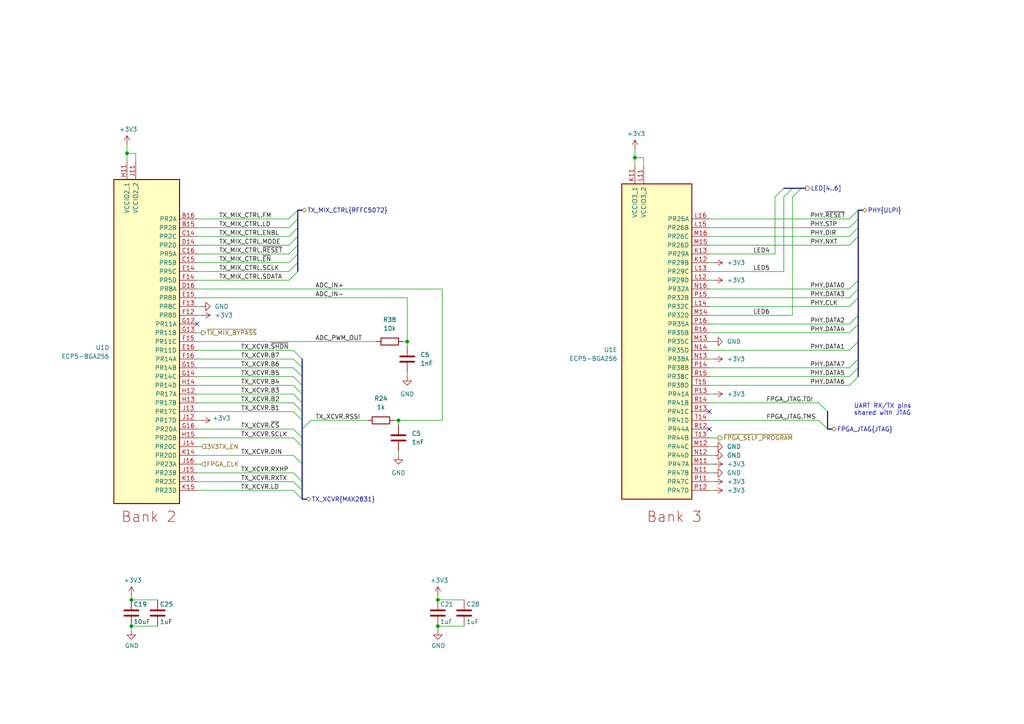
<source format=kicad_sch>
(kicad_sch (version 20230121) (generator eeschema)
  (paper "A4")
  (title_block (title "URTI Mainboard") (date "${DATE}") (rev "${VERSION}") (company "Copyright 2023 Great Scott Gadgets") (comment 1 "Licensed under the CERN-OHL-P v2"))
  (lib_symbols
    (symbol "Device:C" (pin_numbers hide) (pin_names (offset 0.254))
      (property "Reference" "C" (at 0.635 2.54 0))
      (property "Value" "C" (at 0.635 -2.54 0))
      (symbol "C_0_1"
        (polyline (pts (xy -2.032 -0.762) (xy 2.032 -0.762)) (stroke (width 0.508)))
        (polyline (pts (xy -2.032 0.762) (xy 2.032 0.762)) (stroke (width 0.508)))
      )
      (symbol "C_1_1"
        (pin passive line (at 0 3.81 270) (length 2.794) (name "~") (number "1"))
        (pin passive line (at 0 -3.81 90) (length 2.794) (name "~") (number "2"))
      )
    )
    (symbol "Device:R" (pin_numbers hide) (pin_names (offset 0))
      (property "Reference" "R" (at 2.032 0 90))
      (property "Value" "R" (at 0 0 90))
      (symbol "R_0_1"
        (rectangle (start -1.016 -2.54) (end 1.016 2.54) (stroke (width 0.254)))
      )
      (symbol "R_1_1"
        (pin passive line (at 0 3.81 270) (length 1.27) (name "~") (number "1"))
        (pin passive line (at 0 -3.81 90) (length 1.27) (name "~") (number "2"))
      )
    )
    (symbol "fpgas_and_processors:ECP5-BGA256" (pin_names (offset 0.762))
      (property "Reference" "U" (at -2.54 1.27 0))
      (property "Value" "ECP5-BGA256" (at 10.16 1.27 0))
      (symbol "ECP5-BGA256_1_0"
        (rectangle (start 5.08 0) (end 33.02 -71.12) (stroke (width 0.3048)) (fill (type background)))
      )
      (symbol "ECP5-BGA256_1_1"
        (text "FPGA Supplies" (at 19.05 -76.2 0) (effects (font (size 2.9972 2.9972))))
        (pin power_in line (at 38.1 -2.54 180) (length 5.08) (name "GND_1") (number "A1"))
        (pin power_in line (at 38.1 -5.08 180) (length 5.08) (name "GND_2") (number "A16"))
        (pin power_in line (at 38.1 -10.16 180) (length 5.08) (name "GND_4") (number "D15"))
        (pin power_in line (at 38.1 -7.62 180) (length 5.08) (name "GND_3") (number "D2"))
        (pin power_in line (at 38.1 -12.7 180) (length 5.08) (name "GND_5") (number "F8"))
        (pin power_in line (at 38.1 -15.24 180) (length 5.08) (name "GND_6") (number "F9"))
        (pin power_in line (at 38.1 -20.32 180) (length 5.08) (name "GND_8") (number "G10"))
        (pin power_in line (at 0 -66.04 0) (length 5.08) (name "VCCAUX_1") (number "G11"))
        (pin power_in line (at 0 -2.54 0) (length 5.08) (name "VCC_1") (number "G6"))
        (pin power_in line (at 0 -5.08 0) (length 5.08) (name "VCC_2") (number "G7"))
        (pin power_in line (at 38.1 -17.78 180) (length 5.08) (name "GND_7") (number "G8"))
        (pin power_in line (at 0 -7.62 0) (length 5.08) (name "VCC_3") (number "G9"))
        (pin power_in line (at 38.1 -22.86 180) (length 5.08) (name "GND_9") (number "H1"))
        (pin power_in line (at 38.1 -30.48 180) (length 5.08) (name "GND_12") (number "H10"))
        (pin power_in line (at 38.1 -33.02 180) (length 5.08) (name "GND_13") (number "H16"))
        (pin power_in line (at 38.1 -25.4 180) (length 5.08) (name "GND_10") (number "H8"))
        (pin power_in line (at 38.1 -27.94 180) (length 5.08) (name "GND_11") (number "H9"))
        (pin power_in line (at 38.1 -40.64 180) (length 5.08) (name "GND_16") (number "J10"))
        (pin power_in line (at 38.1 -35.56 180) (length 5.08) (name "GND_14") (number "J8"))
        (pin power_in line (at 38.1 -38.1 180) (length 5.08) (name "GND_15") (number "J9"))
        (pin power_in line (at 38.1 -53.34 180) (length 5.08) (name "GND_21") (number "K10"))
        (pin power_in line (at 38.1 -43.18 180) (length 5.08) (name "GND_17") (number "K6"))
        (pin power_in line (at 38.1 -45.72 180) (length 5.08) (name "GND_18") (number "K7"))
        (pin power_in line (at 38.1 -48.26 180) (length 5.08) (name "GND_19") (number "K8"))
        (pin power_in line (at 38.1 -50.8 180) (length 5.08) (name "GND_20") (number "K9"))
        (pin power_in line (at 0 -15.24 0) (length 5.08) (name "VCC_6") (number "L10"))
        (pin power_in line (at 0 -68.58 0) (length 5.08) (name "VCCAUX_2") (number "L7"))
        (pin power_in line (at 0 -10.16 0) (length 5.08) (name "VCC_4") (number "L8"))
        (pin power_in line (at 0 -12.7 0) (length 5.08) (name "VCC_5") (number "L9"))
        (pin power_in line (at 38.1 -58.42 180) (length 5.08) (name "GND_23") (number "N15"))
        (pin power_in line (at 38.1 -55.88 180) (length 5.08) (name "GND_22") (number "N2"))
        (pin power_in line (at 38.1 -60.96 180) (length 5.08) (name "GND_24") (number "T1"))
        (pin power_in line (at 38.1 -66.04 180) (length 5.08) (name "GND_26") (number "T12"))
        (pin power_in line (at 38.1 -68.58 180) (length 5.08) (name "GND_27") (number "T16"))
        (pin power_in line (at 38.1 -63.5 180) (length 5.08) (name "GND_25") (number "T5"))
      )
      (symbol "ECP5-BGA256_2_1"
        (rectangle (start 0 0) (end 19.05 -74.93) (stroke (width 0.3048)) (fill (type background)))
        (text "Bank 0" (at 10.16 -78.74 0) (effects (font (size 2.9972 2.9972))))
        (pin bidirectional line (at 24.13 -11.43 180) (length 5.08) (name "PT4A") (number "A2"))
        (pin bidirectional line (at 24.13 -16.51 180) (length 5.08) (name "PT6A") (number "A3"))
        (pin bidirectional line (at 24.13 -19.05 180) (length 5.08) (name "PT6B") (number "A4"))
        (pin bidirectional line (at 24.13 -43.18 180) (length 5.08) (name "PT18A") (number "A5"))
        (pin bidirectional line (at 24.13 -45.72 180) (length 5.08) (name "PT18B") (number "A6"))
        (pin bidirectional line (at 24.13 -68.58 180) (length 5.08) (name "PT29A") (number "A7"))
        (pin bidirectional line (at 24.13 -71.12 180) (length 5.08) (name "PT29B") (number "A8"))
        (pin bidirectional line (at 24.13 -13.97 180) (length 5.08) (name "PT4B") (number "B3"))
        (pin bidirectional line (at 24.13 -29.21 180) (length 5.08) (name "PT11B") (number "B4"))
        (pin bidirectional line (at 24.13 -39.37 180) (length 5.08) (name "PT15B") (number "B5"))
        (pin bidirectional line (at 24.13 -55.88 180) (length 5.08) (name "PT22B") (number "B6"))
        (pin bidirectional line (at 24.13 -66.04 180) (length 5.08) (name "PT27B") (number "B7"))
        (pin bidirectional line (at 24.13 -26.67 180) (length 5.08) (name "PT11A") (number "C4"))
        (pin bidirectional line (at 24.13 -36.83 180) (length 5.08) (name "PT15A") (number "C5"))
        (pin bidirectional line (at 24.13 -53.34 180) (length 5.08) (name "PT22A") (number "C6"))
        (pin bidirectional line (at 24.13 -63.5 180) (length 5.08) (name "PT27A") (number "C7"))
        (pin bidirectional line (at 24.13 -24.13 180) (length 5.08) (name "PT9B") (number "D4"))
        (pin bidirectional line (at 24.13 -34.29 180) (length 5.08) (name "PT13B") (number "D5"))
        (pin bidirectional line (at 24.13 -50.8 180) (length 5.08) (name "PT20B") (number "D6"))
        (pin bidirectional line (at 24.13 -60.96 180) (length 5.08) (name "PT24B") (number "D7"))
        (pin bidirectional line (at 24.13 -21.59 180) (length 5.08) (name "PT9A") (number "E4"))
        (pin bidirectional line (at 24.13 -31.75 180) (length 5.08) (name "PT13A") (number "E5"))
        (pin bidirectional line (at 24.13 -48.26 180) (length 5.08) (name "PT20A") (number "E6"))
        (pin bidirectional line (at 24.13 -58.42 180) (length 5.08) (name "PT24A") (number "E7"))
        (pin power_in line (at 7.62 5.08 270) (length 5.08) (name "VCCIO0_1") (number "F6"))
        (pin power_in line (at 5.08 5.08 270) (length 5.08) (name "VCCIO0_2") (number "F7"))
      )
      (symbol "ECP5-BGA256_3_0"
        (rectangle (start 0 0) (end 21.59 -93.98) (stroke (width 0.3048)) (fill (type background)))
      )
      (symbol "ECP5-BGA256_3_1"
        (text "Bank 1" (at 8.89 -96.52 0) (effects (font (size 2.9972 2.9972))))
        (pin bidirectional line (at 26.67 -34.29 180) (length 5.08) (name "PT42B") (number "A10"))
        (pin bidirectional line (at 26.67 -57.15 180) (length 5.08) (name "PT53A") (number "A11"))
        (pin bidirectional line (at 26.67 -59.69 180) (length 5.08) (name "PT53B") (number "A12"))
        (pin bidirectional line (at 26.67 -82.55 180) (length 5.08) (name "PT65A") (number "A13"))
        (pin bidirectional line (at 26.67 -85.09 180) (length 5.08) (name "PT65B") (number "A14"))
        (pin bidirectional line (at 26.67 -90.17 180) (length 5.08) (name "PT67B") (number "A15"))
        (pin bidirectional line (at 26.67 -31.75 180) (length 5.08) (name "PT42A") (number "A9"))
        (pin bidirectional line (at 26.67 -36.83 180) (length 5.08) (name "PT44A") (number "B10"))
        (pin bidirectional line (at 26.67 -46.99 180) (length 5.08) (name "PT49A") (number "B11"))
        (pin bidirectional line (at 26.67 -62.23 180) (length 5.08) (name "PT56A") (number "B12"))
        (pin bidirectional line (at 26.67 -72.39 180) (length 5.08) (name "PT60A") (number "B13"))
        (pin bidirectional line (at 26.67 -87.63 180) (length 5.08) (name "PT67A") (number "B14"))
        (pin bidirectional line (at 26.67 -19.05 180) (length 5.08) (name "PT35B") (number "B8"))
        (pin bidirectional line (at 26.67 -21.59 180) (length 5.08) (name "PT38A") (number "B9"))
        (pin bidirectional line (at 26.67 -39.37 180) (length 5.08) (name "PT44B") (number "C10"))
        (pin bidirectional line (at 26.67 -49.53 180) (length 5.08) (name "PT49B") (number "C11"))
        (pin bidirectional line (at 26.67 -64.77 180) (length 5.08) (name "PT56B") (number "C12"))
        (pin bidirectional line (at 26.67 -74.93 180) (length 5.08) (name "PT60B") (number "C13"))
        (pin bidirectional line (at 26.67 -16.51 180) (length 5.08) (name "PT35A") (number "C8"))
        (pin bidirectional line (at 26.67 -24.13 180) (length 5.08) (name "PT38B") (number "C9"))
        (pin bidirectional line (at 26.67 -41.91 180) (length 5.08) (name "PT47A") (number "D10"))
        (pin bidirectional line (at 26.67 -52.07 180) (length 5.08) (name "PT51A") (number "D11"))
        (pin bidirectional line (at 26.67 -67.31 180) (length 5.08) (name "PT58A") (number "D12"))
        (pin bidirectional line (at 26.67 -77.47 180) (length 5.08) (name "PT62A") (number "D13"))
        (pin bidirectional line (at 26.67 -13.97 180) (length 5.08) (name "PT33B") (number "D8"))
        (pin bidirectional line (at 26.67 -26.67 180) (length 5.08) (name "PT40A") (number "D9"))
        (pin bidirectional line (at 26.67 -44.45 180) (length 5.08) (name "PT47B") (number "E10"))
        (pin bidirectional line (at 26.67 -54.61 180) (length 5.08) (name "PT51B") (number "E11"))
        (pin bidirectional line (at 26.67 -69.85 180) (length 5.08) (name "PT58B") (number "E12"))
        (pin bidirectional line (at 26.67 -80.01 180) (length 5.08) (name "PT62B") (number "E13"))
        (pin bidirectional line (at 26.67 -11.43 180) (length 5.08) (name "PT33A") (number "E8"))
        (pin bidirectional line (at 26.67 -29.21 180) (length 5.08) (name "PT40B") (number "E9"))
        (pin power_in line (at 6.35 5.08 270) (length 5.08) (name "VCCIO1_1") (number "F10"))
        (pin power_in line (at 3.81 5.08 270) (length 5.08) (name "VCCIO1_2") (number "F11"))
      )
      (symbol "ECP5-BGA256_4_1"
        (rectangle (start 0 0) (end 19.05 -93.98) (stroke (width 0.3048)) (fill (type background)))
        (text "Bank 2" (at 10.16 -97.79 0) (effects (font (size 2.9972 2.9972))))
        (pin bidirectional line (at 24.13 -13.97 180) (length 5.08) (name "PR2B") (number "B15"))
        (pin bidirectional line (at 24.13 -11.43 180) (length 5.08) (name "PR2A") (number "B16"))
        (pin bidirectional line (at 24.13 -16.51 180) (length 5.08) (name "PR2C") (number "C14"))
        (pin bidirectional line (at 24.13 -24.13 180) (length 5.08) (name "PR5B") (number "C15"))
        (pin bidirectional line (at 24.13 -21.59 180) (length 5.08) (name "PR5A") (number "C16"))
        (pin bidirectional line (at 24.13 -19.05 180) (length 5.08) (name "PR2D") (number "D14"))
        (pin bidirectional line (at 24.13 -31.75 180) (length 5.08) (name "PR8A") (number "D16"))
        (pin bidirectional line (at 24.13 -26.67 180) (length 5.08) (name "PR5C") (number "E14"))
        (pin bidirectional line (at 24.13 -34.29 180) (length 5.08) (name "PR8B") (number "E15"))
        (pin bidirectional line (at 24.13 -49.53 180) (length 5.08) (name "PR11D") (number "E16"))
        (pin bidirectional line (at 24.13 -39.37 180) (length 5.08) (name "PR8D") (number "F12"))
        (pin bidirectional line (at 24.13 -36.83 180) (length 5.08) (name "PR8C") (number "F13"))
        (pin bidirectional line (at 24.13 -29.21 180) (length 5.08) (name "PR5D") (number "F14"))
        (pin bidirectional line (at 24.13 -46.99 180) (length 5.08) (name "PR11C") (number "F15"))
        (pin bidirectional line (at 24.13 -52.07 180) (length 5.08) (name "PR14A") (number "F16"))
        (pin bidirectional line (at 24.13 -41.91 180) (length 5.08) (name "PR11A") (number "G12"))
        (pin bidirectional line (at 24.13 -44.45 180) (length 5.08) (name "PR11B") (number "G13"))
        (pin bidirectional line (at 24.13 -57.15 180) (length 5.08) (name "PR14C") (number "G14"))
        (pin bidirectional line (at 24.13 -54.61 180) (length 5.08) (name "PR14B") (number "G15"))
        (pin bidirectional line (at 24.13 -72.39 180) (length 5.08) (name "PR20A") (number "G16"))
        (pin power_in line (at 3.81 5.08 270) (length 5.08) (name "VCCIO2_1") (number "H11"))
        (pin bidirectional line (at 24.13 -62.23 180) (length 5.08) (name "PR17A") (number "H12"))
        (pin bidirectional line (at 24.13 -64.77 180) (length 5.08) (name "PR17B") (number "H13"))
        (pin bidirectional line (at 24.13 -59.69 180) (length 5.08) (name "PR14D") (number "H14"))
        (pin bidirectional line (at 24.13 -74.93 180) (length 5.08) (name "PR20B") (number "H15"))
        (pin power_in line (at 6.35 5.08 270) (length 5.08) (name "VCCIO2_2") (number "J11"))
        (pin bidirectional line (at 24.13 -69.85 180) (length 5.08) (name "PR17D") (number "J12"))
        (pin bidirectional line (at 24.13 -67.31 180) (length 5.08) (name "PR17C") (number "J13"))
        (pin bidirectional line (at 24.13 -77.47 180) (length 5.08) (name "PR20C") (number "J14"))
        (pin bidirectional line (at 24.13 -85.09 180) (length 5.08) (name "PR23B") (number "J15"))
        (pin bidirectional line (at 24.13 -82.55 180) (length 5.08) (name "PR23A") (number "J16"))
        (pin bidirectional line (at 24.13 -80.01 180) (length 5.08) (name "PR20D") (number "K14"))
        (pin bidirectional line (at 24.13 -90.17 180) (length 5.08) (name "PR23D") (number "K15"))
        (pin bidirectional line (at 24.13 -87.63 180) (length 5.08) (name "PR23C") (number "K16"))
      )
      (symbol "ECP5-BGA256_5_0"
        (rectangle (start 0 0) (end 20.32 -91.44) (stroke (width 0.3048)) (fill (type background)))
      )
      (symbol "ECP5-BGA256_5_1"
        (text "Bank 3" (at 15.24 -96.52 0) (effects (font (size 2.9972 2.9972))))
        (pin power_in line (at 3.81 5.08 270) (length 5.08) (name "VCCIO3_1") (number "K11"))
        (pin bidirectional line (at 25.4 -22.86 180) (length 5.08) (name "PR29B") (number "K12"))
        (pin bidirectional line (at 25.4 -20.32 180) (length 5.08) (name "PR29A") (number "K13"))
        (pin power_in line (at 6.35 5.08 270) (length 5.08) (name "VCCIO3_2") (number "L11"))
        (pin bidirectional line (at 25.4 -27.94 180) (length 5.08) (name "PR29D") (number "L12"))
        (pin bidirectional line (at 25.4 -25.4 180) (length 5.08) (name "PR29C") (number "L13"))
        (pin bidirectional line (at 25.4 -35.56 180) (length 5.08) (name "PR32C") (number "L14"))
        (pin bidirectional line (at 25.4 -12.7 180) (length 5.08) (name "PR26B") (number "L15"))
        (pin bidirectional line (at 25.4 -10.16 180) (length 5.08) (name "PR26A") (number "L16"))
        (pin bidirectional line (at 25.4 -81.28 180) (length 5.08) (name "PR47A") (number "M11"))
        (pin bidirectional line (at 25.4 -76.2 180) (length 5.08) (name "PR44C") (number "M12"))
        (pin bidirectional line (at 25.4 -45.72 180) (length 5.08) (name "PR35C") (number "M13"))
        (pin bidirectional line (at 25.4 -38.1 180) (length 5.08) (name "PR32D") (number "M14"))
        (pin bidirectional line (at 25.4 -17.78 180) (length 5.08) (name "PR26D") (number "M15"))
        (pin bidirectional line (at 25.4 -15.24 180) (length 5.08) (name "PR26C") (number "M16"))
        (pin bidirectional line (at 25.4 -83.82 180) (length 5.08) (name "PR47B") (number "N11"))
        (pin bidirectional line (at 25.4 -78.74 180) (length 5.08) (name "PR44D") (number "N12"))
        (pin bidirectional line (at 25.4 -50.8 180) (length 5.08) (name "PR38A") (number "N13"))
        (pin bidirectional line (at 25.4 -48.26 180) (length 5.08) (name "PR35D") (number "N14"))
        (pin bidirectional line (at 25.4 -30.48 180) (length 5.08) (name "PR32A") (number "N16"))
        (pin bidirectional line (at 25.4 -86.36 180) (length 5.08) (name "PR47C") (number "P11"))
        (pin bidirectional line (at 25.4 -88.9 180) (length 5.08) (name "PR47D") (number "P12"))
        (pin bidirectional line (at 25.4 -60.96 180) (length 5.08) (name "PR41A") (number "P13"))
        (pin bidirectional line (at 25.4 -53.34 180) (length 5.08) (name "PR38B") (number "P14"))
        (pin bidirectional line (at 25.4 -33.02 180) (length 5.08) (name "PR32B") (number "P15"))
        (pin bidirectional line (at 25.4 -40.64 180) (length 5.08) (name "PR35A") (number "P16"))
        (pin bidirectional line (at 25.4 -71.12 180) (length 5.08) (name "PR44A") (number "R12"))
        (pin bidirectional line (at 25.4 -66.04 180) (length 5.08) (name "PR41C") (number "R13"))
        (pin bidirectional line (at 25.4 -63.5 180) (length 5.08) (name "PR41B") (number "R14"))
        (pin bidirectional line (at 25.4 -55.88 180) (length 5.08) (name "PR38C") (number "R15"))
        (pin bidirectional line (at 25.4 -43.18 180) (length 5.08) (name "PR35B") (number "R16"))
        (pin bidirectional line (at 25.4 -73.66 180) (length 5.08) (name "PR44B") (number "T13"))
        (pin bidirectional line (at 25.4 -68.58 180) (length 5.08) (name "PR41D") (number "T14"))
        (pin bidirectional line (at 25.4 -58.42 180) (length 5.08) (name "PR38D") (number "T15"))
      )
      (symbol "ECP5-BGA256_6_1"
        (rectangle (start 0 0) (end 19.05 -106.68) (stroke (width 0.3048)) (fill (type background)))
        (text "Bank 6" (at 11.43 -110.49 0) (effects (font (size 2.9972 2.9972))))
        (pin power_in line (at 3.81 5.08 270) (length 5.08) (name "VCCIO6_1") (number "J6"))
        (pin power_in line (at 6.35 5.08 270) (length 5.08) (name "VCCIO6_2") (number "J7"))
        (pin bidirectional line (at 24.13 -25.4 180) (length 5.08) (name "PL29A") (number "K4"))
        (pin bidirectional line (at 24.13 -27.94 180) (length 5.08) (name "PL29B") (number "K5"))
        (pin bidirectional line (at 24.13 -13.97 180) (length 5.08) (name "PL26A") (number "L1"))
        (pin bidirectional line (at 24.13 -16.51 180) (length 5.08) (name "PL26B") (number "L2"))
        (pin bidirectional line (at 24.13 -41.91 180) (length 5.08) (name "PL32C") (number "L3"))
        (pin bidirectional line (at 24.13 -30.48 180) (length 5.08) (name "PL29C") (number "L4"))
        (pin bidirectional line (at 24.13 -33.02 180) (length 5.08) (name "PL29D") (number "L5"))
        (pin bidirectional line (at 24.13 -19.05 180) (length 5.08) (name "PL26C") (number "M1"))
        (pin bidirectional line (at 24.13 -21.59 180) (length 5.08) (name "PL26D") (number "M2"))
        (pin bidirectional line (at 24.13 -44.45 180) (length 5.08) (name "PL32D") (number "M3"))
        (pin bidirectional line (at 24.13 -53.34 180) (length 5.08) (name "PL35C") (number "M4"))
        (pin bidirectional line (at 24.13 -78.74 180) (length 5.08) (name "PL44C") (number "M5"))
        (pin bidirectional line (at 24.13 -96.52 180) (length 5.08) (name "PL47A") (number "M6"))
        (pin bidirectional line (at 24.13 -36.83 180) (length 5.08) (name "PL32A") (number "N1"))
        (pin bidirectional line (at 24.13 -55.88 180) (length 5.08) (name "PL35D") (number "N3"))
        (pin bidirectional line (at 24.13 -60.96 180) (length 5.08) (name "PL38A") (number "N4"))
        (pin bidirectional line (at 24.13 -81.28 180) (length 5.08) (name "PL44D") (number "N5"))
        (pin bidirectional line (at 24.13 -99.06 180) (length 5.08) (name "PL47B") (number "N6"))
        (pin bidirectional line (at 24.13 -48.26 180) (length 5.08) (name "PL35A") (number "P1"))
        (pin bidirectional line (at 24.13 -39.37 180) (length 5.08) (name "PL32B") (number "P2"))
        (pin bidirectional line (at 24.13 -63.5 180) (length 5.08) (name "PL38B") (number "P3"))
        (pin bidirectional line (at 24.13 -85.09 180) (length 5.08) (name "PL41A") (number "P4"))
        (pin bidirectional line (at 24.13 -101.6 180) (length 5.08) (name "PL47D") (number "P5"))
        (pin bidirectional line (at 24.13 -104.14 180) (length 5.08) (name "PL47C") (number "P6"))
        (pin bidirectional line (at 24.13 -50.8 180) (length 5.08) (name "PL35B") (number "R1"))
        (pin bidirectional line (at 24.13 -66.04 180) (length 5.08) (name "PL38C") (number "R2"))
        (pin bidirectional line (at 24.13 -87.63 180) (length 5.08) (name "PL41B") (number "R3"))
        (pin bidirectional line (at 24.13 -90.17 180) (length 5.08) (name "PL41C") (number "R4"))
        (pin bidirectional line (at 24.13 -73.66 180) (length 5.08) (name "PL44A") (number "R5"))
        (pin bidirectional line (at 24.13 -68.58 180) (length 5.08) (name "PL38D") (number "T2"))
        (pin bidirectional line (at 24.13 -92.71 180) (length 5.08) (name "PL41D") (number "T3"))
        (pin bidirectional line (at 24.13 -76.2 180) (length 5.08) (name "PL44B") (number "T4"))
      )
      (symbol "ECP5-BGA256_7_1"
        (rectangle (start 0 0) (end 20.32 -109.22) (stroke (width 0.3048)) (fill (type background)))
        (text "Bank 7" (at 12.7 -113.03 0) (effects (font (size 2.9972 2.9972))))
        (pin bidirectional line (at 25.4 -10.16 180) (length 5.08) (name "PL2A") (number "B1"))
        (pin bidirectional line (at 25.4 -12.7 180) (length 5.08) (name "PL2B") (number "B2"))
        (pin bidirectional line (at 25.4 -22.86 180) (length 5.08) (name "PL5A") (number "C1"))
        (pin bidirectional line (at 25.4 -25.4 180) (length 5.08) (name "PL5B") (number "C2"))
        (pin bidirectional line (at 25.4 -15.24 180) (length 5.08) (name "PL2C") (number "C3"))
        (pin bidirectional line (at 25.4 -35.56 180) (length 5.08) (name "PL8A") (number "D1"))
        (pin bidirectional line (at 25.4 -17.78 180) (length 5.08) (name "PL2D") (number "D3"))
        (pin bidirectional line (at 25.4 -54.61 180) (length 5.08) (name "PL11D") (number "E1"))
        (pin bidirectional line (at 25.4 -38.1 180) (length 5.08) (name "PL8B") (number "E2"))
        (pin bidirectional line (at 25.4 -27.94 180) (length 5.08) (name "PL5C") (number "E3"))
        (pin bidirectional line (at 25.4 -59.69 180) (length 5.08) (name "PL14A") (number "F1"))
        (pin bidirectional line (at 25.4 -52.07 180) (length 5.08) (name "PL11C") (number "F2"))
        (pin bidirectional line (at 25.4 -30.48 180) (length 5.08) (name "PL5D") (number "F3"))
        (pin bidirectional line (at 25.4 -40.64 180) (length 5.08) (name "PL8C") (number "F4"))
        (pin bidirectional line (at 25.4 -43.18 180) (length 5.08) (name "PL8D") (number "F5"))
        (pin bidirectional line (at 25.4 -82.55 180) (length 5.08) (name "PL20A") (number "G1"))
        (pin bidirectional line (at 25.4 -62.23 180) (length 5.08) (name "PL14B") (number "G2"))
        (pin bidirectional line (at 25.4 -64.77 180) (length 5.08) (name "PL14C") (number "G3"))
        (pin bidirectional line (at 25.4 -49.53 180) (length 5.08) (name "PL11B") (number "G4"))
        (pin bidirectional line (at 25.4 -46.99 180) (length 5.08) (name "PL11A") (number "G5"))
        (pin bidirectional line (at 25.4 -85.09 180) (length 5.08) (name "PL20B") (number "H2"))
        (pin bidirectional line (at 25.4 -67.31 180) (length 5.08) (name "PL14D") (number "H3"))
        (pin bidirectional line (at 25.4 -73.66 180) (length 5.08) (name "PL17B") (number "H4"))
        (pin bidirectional line (at 25.4 -71.12 180) (length 5.08) (name "PL17A") (number "H5"))
        (pin power_in line (at 7.62 5.08 270) (length 5.08) (name "VCCIO7_1") (number "H6"))
        (pin power_in line (at 5.08 5.08 270) (length 5.08) (name "VCCIO7_2") (number "H7"))
        (pin bidirectional line (at 25.4 -95.25 180) (length 5.08) (name "PL23A") (number "J1"))
        (pin bidirectional line (at 25.4 -97.79 180) (length 5.08) (name "PL23B") (number "J2"))
        (pin bidirectional line (at 25.4 -87.63 180) (length 5.08) (name "PL20C") (number "J3"))
        (pin bidirectional line (at 25.4 -76.2 180) (length 5.08) (name "PL17C") (number "J4"))
        (pin bidirectional line (at 25.4 -78.74 180) (length 5.08) (name "PL17D") (number "J5"))
        (pin bidirectional line (at 25.4 -100.33 180) (length 5.08) (name "PL23C") (number "K1"))
        (pin bidirectional line (at 25.4 -102.87 180) (length 5.08) (name "PL23D") (number "K2"))
        (pin bidirectional line (at 25.4 -90.17 180) (length 5.08) (name "PL20D") (number "K3"))
      )
      (symbol "ECP5-BGA256_8_0"
        (text "(Config)" (at 13.97 -97.79 0) (effects (font (size 2.9972 2.9972))))
        (text "Bank 8" (at 13.97 -92.71 0) (effects (font (size 2.9972 2.9972))))
      )
      (symbol "ECP5-BGA256_8_1"
        (rectangle (start 0 0) (end 21.59 -88.9) (stroke (width 0.3048)) (fill (type background)))
        (pin power_in line (at 5.08 5.08 270) (length 5.08) (name "VCCIO8") (number "L6"))
        (pin output line (at 26.67 -57.15 180) (length 5.08) (name "TDO") (number "M10"))
        (pin bidirectional line (at 26.67 -24.13 180) (length 5.08) (name "D2/PB9B") (number "M7"))
        (pin bidirectional line (at 26.67 -39.37 180) (length 5.08) (name "DOUT/CSON/PB15B") (number "M8"))
        (pin bidirectional line (at 26.67 -41.91 180) (length 5.08) (name "WRITEEN/PB18A") (number "M9"))
        (pin input line (at 26.67 -68.58 180) (length 5.08) (name "CFG_0") (number "N10"))
        (pin bidirectional line (at 26.67 -21.59 180) (length 5.08) (name "D3/PB9A") (number "N7"))
        (pin bidirectional line (at 26.67 -36.83 180) (length 5.08) (name "HOLDN/DI/PB15A") (number "N8"))
        (pin bidirectional line (at 26.67 -63.5 180) (length 5.08) (name "MCLK/SCLK/CCLK") (number "N9"))
        (pin input line (at 26.67 -71.12 180) (length 5.08) (name "CFG_1") (number "P10"))
        (pin bidirectional line (at 26.67 -19.05 180) (length 5.08) (name "D4/PICO2/PB6B") (number "P7"))
        (pin bidirectional line (at 26.67 -34.29 180) (length 5.08) (name "CS1N/PB13B") (number "P8"))
        (pin bidirectional line (at 26.67 -80.01 180) (length 5.08) (name "DONE") (number "P9"))
        (pin input line (at 26.67 -73.66 180) (length 5.08) (name "CFG_2") (number "R10"))
        (pin input line (at 26.67 -54.61 180) (length 5.08) (name "TDI") (number "R11"))
        (pin bidirectional line (at 26.67 -13.97 180) (length 5.08) (name "D6/PB4B") (number "R6"))
        (pin bidirectional line (at 26.67 -16.51 180) (length 5.08) (name "D5/POCI2/PB6A") (number "R7"))
        (pin bidirectional line (at 26.67 -31.75 180) (length 5.08) (name "SN/CSN/PB13A") (number "R8"))
        (pin bidirectional line (at 26.67 -85.09 180) (length 5.08) (name "PROGRAMN") (number "R9"))
        (pin input line (at 26.67 -52.07 180) (length 5.08) (name "TCK") (number "T10"))
        (pin input line (at 26.67 -49.53 180) (length 5.08) (name "TMS") (number "T11"))
        (pin bidirectional line (at 26.67 -11.43 180) (length 5.08) (name "D7/PB4A") (number "T6"))
        (pin bidirectional line (at 26.67 -26.67 180) (length 5.08) (name "D1/POCI/PB11A") (number "T7"))
        (pin bidirectional line (at 26.67 -29.21 180) (length 5.08) (name "D0/PICO/PB11B") (number "T8"))
        (pin bidirectional line (at 26.67 -82.55 180) (length 5.08) (name "INITN") (number "T9"))
      )
    )
    (symbol "power:+3V3" (power) (pin_names (offset 0))
      (property "Value" "+3V3" (at 0 3.556 0))
      (symbol "+3V3_0_1"
        (polyline (pts (xy -0.762 1.27) (xy 0 2.54)))
        (polyline (pts (xy 0 0) (xy 0 2.54)))
        (polyline (pts (xy 0 2.54) (xy 0.762 1.27)))
      )
      (symbol "+3V3_1_1"
        (pin power_in line (at 0 0 90) (length 0) hide (name "+3V3") (number "1"))
      )
    )
    (symbol "power:GND" (power) (pin_names (offset 0))
      (property "Value" "GND" (at 0 -3.81 0))
      (symbol "GND_0_1"
        (polyline (pts (xy 0 0) (xy 0 -1.27) (xy 1.27 -1.27) (xy 0 -2.54) (xy -1.27 -1.27) (xy 0 -1.27)))
      )
      (symbol "GND_1_1"
        (pin power_in line (at 0 0 270) (length 0) hide (name "GND") (number "1"))
      )
    )
  )
  (junction (at 184.15 45.72))
  (junction (at 127 181.61))
  (junction (at 36.83 44.45))
  (junction (at 115.57 121.92))
  (junction (at 127 173.99))
  (junction (at 118.11 99.06))
  (junction (at 38.1 173.99))
  (junction (at 38.1 181.61))
  (no_connect (at 205.74 119.38))
  (no_connect (at 57.15 93.98))
  (no_connect (at 205.74 124.46))
  (bus_entry (at 83.82 66.04) (size 2.54 -2.54))
  (bus_entry (at 246.38 66.04) (size 2.54 -2.54))
  (bus_entry (at 85.09 132.08) (size 2.54 2.54))
  (bus_entry (at 85.09 127) (size 2.54 2.54))
  (bus_entry (at 85.09 137.16) (size 2.54 2.54))
  (bus_entry (at 85.09 124.46) (size 2.54 2.54))
  (bus_entry (at 246.38 101.6) (size 2.54 -2.54))
  (bus_entry (at 83.82 78.74) (size 2.54 -2.54))
  (bus_entry (at 229.87 54.61) (size -2.54 2.54))
  (bus_entry (at 85.09 142.24) (size 2.54 2.54))
  (bus_entry (at 85.09 109.22) (size 2.54 2.54))
  (bus_entry (at 237.49 121.92) (size 2.54 2.54))
  (bus_entry (at 246.38 68.58) (size 2.54 -2.54))
  (bus_entry (at 83.82 81.28) (size 2.54 -2.54))
  (bus_entry (at 85.09 119.38) (size 2.54 2.54))
  (bus_entry (at 246.38 109.22) (size 2.54 -2.54))
  (bus_entry (at 246.38 106.68) (size 2.54 -2.54))
  (bus_entry (at 246.38 93.98) (size 2.54 -2.54))
  (bus_entry (at 83.82 71.12) (size 2.54 -2.54))
  (bus_entry (at 246.38 86.36) (size 2.54 -2.54))
  (bus_entry (at 85.09 114.3) (size 2.54 2.54))
  (bus_entry (at 237.49 116.84) (size 2.54 2.54))
  (bus_entry (at 87.63 124.46) (size 2.54 -2.54))
  (bus_entry (at 86.36 71.12) (size -2.54 2.54))
  (bus_entry (at 85.09 106.68) (size 2.54 2.54))
  (bus_entry (at 85.09 104.14) (size 2.54 2.54))
  (bus_entry (at 83.82 68.58) (size 2.54 -2.54))
  (bus_entry (at 85.09 111.76) (size 2.54 2.54))
  (bus_entry (at 246.38 83.82) (size 2.54 -2.54))
  (bus_entry (at 246.38 88.9) (size 2.54 -2.54))
  (bus_entry (at 85.09 139.7) (size 2.54 2.54))
  (bus_entry (at 83.82 76.2) (size 2.54 -2.54))
  (bus_entry (at 246.38 71.12) (size 2.54 -2.54))
  (bus_entry (at 85.09 101.6) (size 2.54 2.54))
  (bus_entry (at 246.38 96.52) (size 2.54 -2.54))
  (bus_entry (at 246.38 111.76) (size 2.54 -2.54))
  (bus_entry (at 227.33 54.61) (size -2.54 2.54))
  (bus_entry (at 83.82 63.5) (size 2.54 -2.54))
  (bus_entry (at 85.09 116.84) (size 2.54 2.54))
  (bus_entry (at 248.92 60.96) (size -2.54 2.54))
  (bus_entry (at 232.41 54.61) (size -2.54 2.54))
  (bus (pts (xy 248.92 68.58) (xy 248.92 81.28)))
  (wire (pts (xy 246.38 66.04) (xy 205.74 66.04)))
  (wire (pts (xy 128.27 121.92) (xy 115.57 121.92)))
  (wire (pts (xy 184.15 43.18) (xy 184.15 45.72)))
  (wire (pts (xy 205.74 73.66) (xy 224.79 73.66)))
  (wire (pts (xy 85.09 109.22) (xy 57.15 109.22)))
  (bus (pts (xy 87.63 111.76) (xy 87.63 114.3)))
  (bus (pts (xy 87.63 114.3) (xy 87.63 116.84)))
  (wire (pts (xy 184.15 45.72) (xy 186.69 45.72)))
  (bus (pts (xy 87.63 127) (xy 87.63 129.54)))
  (bus (pts (xy 248.92 81.28) (xy 248.92 83.82)))
  (wire (pts (xy 246.38 68.58) (xy 205.74 68.58)))
  (wire (pts (xy 90.17 121.92) (xy 106.68 121.92)))
  (wire (pts (xy 57.15 63.5) (xy 83.82 63.5)))
  (bus (pts (xy 87.63 142.24) (xy 87.63 144.78)))
  (wire (pts (xy 127 172.72) (xy 127 173.99)))
  (wire (pts (xy 85.09 104.14) (xy 57.15 104.14)))
  (wire (pts (xy 127 181.61) (xy 127 182.88)))
  (bus (pts (xy 87.63 116.84) (xy 87.63 119.38)))
  (wire (pts (xy 208.28 127) (xy 205.74 127)))
  (wire (pts (xy 186.69 45.72) (xy 186.69 48.26)))
  (bus (pts (xy 248.92 86.36) (xy 248.92 91.44)))
  (bus (pts (xy 87.63 134.62) (xy 87.63 139.7)))
  (wire (pts (xy 85.09 124.46) (xy 57.15 124.46)))
  (wire (pts (xy 85.09 137.16) (xy 57.15 137.16)))
  (bus (pts (xy 248.92 60.96) (xy 248.92 63.5)))
  (wire (pts (xy 205.74 104.14) (xy 207.01 104.14)))
  (wire (pts (xy 205.74 114.3) (xy 207.01 114.3)))
  (wire (pts (xy 57.15 76.2) (xy 83.82 76.2)))
  (wire (pts (xy 57.15 66.04) (xy 83.82 66.04)))
  (wire (pts (xy 38.1 181.61) (xy 38.1 182.88)))
  (bus (pts (xy 248.92 66.04) (xy 248.92 68.58)))
  (wire (pts (xy 85.09 101.6) (xy 57.15 101.6)))
  (wire (pts (xy 57.15 78.74) (xy 83.82 78.74)))
  (wire (pts (xy 246.38 93.98) (xy 205.74 93.98)))
  (wire (pts (xy 36.83 46.99) (xy 36.83 44.45)))
  (bus (pts (xy 86.36 63.5) (xy 86.36 66.04)))
  (wire (pts (xy 205.74 116.84) (xy 237.49 116.84)))
  (wire (pts (xy 127 173.99) (xy 134.62 173.99)))
  (wire (pts (xy 205.74 142.24) (xy 207.01 142.24)))
  (bus (pts (xy 87.63 129.54) (xy 87.63 134.62)))
  (wire (pts (xy 118.11 107.95) (xy 118.11 109.22)))
  (wire (pts (xy 128.27 83.82) (xy 128.27 121.92)))
  (wire (pts (xy 38.1 172.72) (xy 38.1 173.99)))
  (wire (pts (xy 36.83 44.45) (xy 36.83 41.91)))
  (wire (pts (xy 184.15 48.26) (xy 184.15 45.72)))
  (wire (pts (xy 57.15 81.28) (xy 83.82 81.28)))
  (bus (pts (xy 227.33 54.61) (xy 229.87 54.61)))
  (bus (pts (xy 248.92 63.5) (xy 248.92 66.04)))
  (wire (pts (xy 85.09 139.7) (xy 57.15 139.7)))
  (wire (pts (xy 57.15 73.66) (xy 83.82 73.66)))
  (wire (pts (xy 38.1 173.99) (xy 45.72 173.99)))
  (bus (pts (xy 240.03 119.38) (xy 240.03 124.46)))
  (bus (pts (xy 248.92 91.44) (xy 248.92 93.98)))
  (wire (pts (xy 205.74 78.74) (xy 227.33 78.74)))
  (wire (pts (xy 205.74 63.5) (xy 246.38 63.5)))
  (wire (pts (xy 246.38 111.76) (xy 205.74 111.76)))
  (wire (pts (xy 118.11 86.36) (xy 118.11 99.06)))
  (wire (pts (xy 57.15 68.58) (xy 83.82 68.58)))
  (bus (pts (xy 248.92 104.14) (xy 248.92 106.68)))
  (bus (pts (xy 248.92 99.06) (xy 248.92 104.14)))
  (bus (pts (xy 87.63 121.92) (xy 87.63 124.46)))
  (wire (pts (xy 38.1 181.61) (xy 45.72 181.61)))
  (wire (pts (xy 205.74 137.16) (xy 207.01 137.16)))
  (bus (pts (xy 229.87 54.61) (xy 232.41 54.61)))
  (wire (pts (xy 85.09 142.24) (xy 57.15 142.24)))
  (wire (pts (xy 39.37 44.45) (xy 39.37 46.99)))
  (wire (pts (xy 205.74 81.28) (xy 207.01 81.28)))
  (bus (pts (xy 86.36 60.96) (xy 86.36 63.5)))
  (wire (pts (xy 205.74 132.08) (xy 207.01 132.08)))
  (wire (pts (xy 85.09 114.3) (xy 57.15 114.3)))
  (wire (pts (xy 57.15 88.9) (xy 58.42 88.9)))
  (bus (pts (xy 87.63 124.46) (xy 87.63 127)))
  (wire (pts (xy 85.09 119.38) (xy 57.15 119.38)))
  (bus (pts (xy 86.36 73.66) (xy 86.36 76.2)))
  (wire (pts (xy 128.27 83.82) (xy 57.15 83.82)))
  (bus (pts (xy 87.63 104.14) (xy 87.63 106.68)))
  (wire (pts (xy 246.38 106.68) (xy 205.74 106.68)))
  (wire (pts (xy 85.09 127) (xy 57.15 127)))
  (wire (pts (xy 57.15 99.06) (xy 109.22 99.06)))
  (wire (pts (xy 246.38 83.82) (xy 205.74 83.82)))
  (bus (pts (xy 86.36 68.58) (xy 86.36 71.12)))
  (bus (pts (xy 87.63 109.22) (xy 87.63 111.76)))
  (wire (pts (xy 205.74 129.54) (xy 207.01 129.54)))
  (wire (pts (xy 57.15 91.44) (xy 58.42 91.44)))
  (bus (pts (xy 250.19 60.96) (xy 248.92 60.96)))
  (wire (pts (xy 205.74 139.7) (xy 207.01 139.7)))
  (wire (pts (xy 115.57 121.92) (xy 115.57 123.19)))
  (wire (pts (xy 85.09 111.76) (xy 57.15 111.76)))
  (wire (pts (xy 115.57 130.81) (xy 115.57 132.08)))
  (wire (pts (xy 227.33 78.74) (xy 227.33 57.15)))
  (wire (pts (xy 57.15 132.08) (xy 85.09 132.08)))
  (bus (pts (xy 87.63 139.7) (xy 87.63 142.24)))
  (wire (pts (xy 57.15 121.92) (xy 58.42 121.92)))
  (wire (pts (xy 57.15 96.52) (xy 58.42 96.52)))
  (wire (pts (xy 246.38 88.9) (xy 205.74 88.9)))
  (bus (pts (xy 86.36 66.04) (xy 86.36 68.58)))
  (wire (pts (xy 57.15 86.36) (xy 118.11 86.36)))
  (bus (pts (xy 87.63 60.96) (xy 86.36 60.96)))
  (wire (pts (xy 205.74 91.44) (xy 229.87 91.44)))
  (wire (pts (xy 57.15 129.54) (xy 58.42 129.54)))
  (wire (pts (xy 57.15 134.62) (xy 58.42 134.62)))
  (bus (pts (xy 248.92 93.98) (xy 248.92 99.06)))
  (wire (pts (xy 85.09 106.68) (xy 57.15 106.68)))
  (wire (pts (xy 57.15 71.12) (xy 83.82 71.12)))
  (wire (pts (xy 246.38 109.22) (xy 205.74 109.22)))
  (bus (pts (xy 86.36 76.2) (xy 86.36 78.74)))
  (wire (pts (xy 205.74 76.2) (xy 207.01 76.2)))
  (wire (pts (xy 246.38 96.52) (xy 205.74 96.52)))
  (wire (pts (xy 205.74 99.06) (xy 207.01 99.06)))
  (wire (pts (xy 205.74 134.62) (xy 207.01 134.62)))
  (wire (pts (xy 127 181.61) (xy 134.62 181.61)))
  (wire (pts (xy 115.57 121.92) (xy 114.3 121.92)))
  (bus (pts (xy 87.63 119.38) (xy 87.63 121.92)))
  (wire (pts (xy 229.87 91.44) (xy 229.87 57.15)))
  (bus (pts (xy 248.92 83.82) (xy 248.92 86.36)))
  (bus (pts (xy 86.36 71.12) (xy 86.36 73.66)))
  (wire (pts (xy 205.74 71.12) (xy 246.38 71.12)))
  (bus (pts (xy 87.63 144.78) (xy 88.9 144.78)))
  (wire (pts (xy 246.38 101.6) (xy 205.74 101.6)))
  (wire (pts (xy 224.79 73.66) (xy 224.79 57.15)))
  (wire (pts (xy 85.09 116.84) (xy 57.15 116.84)))
  (wire (pts (xy 118.11 99.06) (xy 118.11 100.33)))
  (wire (pts (xy 205.74 121.92) (xy 237.49 121.92)))
  (wire (pts (xy 246.38 86.36) (xy 205.74 86.36)))
  (wire (pts (xy 116.84 99.06) (xy 118.11 99.06)))
  (bus (pts (xy 233.68 54.61) (xy 232.41 54.61)))
  (bus (pts (xy 241.3 124.46) (xy 240.03 124.46)))
  (wire (pts (xy 36.83 44.45) (xy 39.37 44.45)))
  (bus (pts (xy 87.63 106.68) (xy 87.63 109.22)))
  (bus (pts (xy 248.92 106.68) (xy 248.92 109.22)))
  (text "UART RX/TX pins\nshared with JTAG" (at 247.65 120.65 0) (effects (font (size 1.27 1.27)) (justify left bottom)))
  (label "TX_MIX_CTRL.~{EN}" (at 63.5 76.2 0))
  (label "PHY.STP" (at 234.95 66.04 0))
  (label "TX_XCVR.LD" (at 69.85 142.24 0))
  (label "FPGA_JTAG.TDI" (at 222.25 116.84 0))
  (label "ADC_PWM_OUT" (at 91.44 99.06 0))
  (label "PHY.DATA7" (at 234.95 106.68 0))
  (label "TX_MIX_CTRL.ENBL" (at 63.5 68.58 0))
  (label "ADC_IN+" (at 91.44 83.82 0))
  (label "PHY.DATA0" (at 234.95 83.82 0))
  (label "TX_XCVR.B3" (at 69.85 114.3 0))
  (label "LED5" (at 218.44 78.74 0))
  (label "TX_MIX_CTRL.LD" (at 63.5 66.04 0))
  (label "PHY.DATA6" (at 234.95 111.76 0))
  (label "LED4" (at 218.44 73.66 0))
  (label "TX_MIX_CTRL.~{RESET}" (at 63.5 73.66 0))
  (label "PHY.~{RESET}" (at 234.95 63.5 0))
  (label "TX_XCVR.B5" (at 69.85 109.22 0))
  (label "TX_MIX_CTRL.MODE" (at 63.5 71.12 0))
  (label "TX_XCVR.B1" (at 69.85 119.38 0))
  (label "TX_MIX_CTRL.SDATA" (at 63.5 81.28 0))
  (label "TX_XCVR.DIN" (at 69.85 132.08 0))
  (label "LED6" (at 218.44 91.44 0))
  (label "TX_XCVR.~{CS}" (at 69.85 124.46 0))
  (label "TX_XCVR.RXHP" (at 69.85 137.16 0))
  (label "TX_XCVR.B4" (at 69.85 111.76 0))
  (label "TX_MIX_CTRL.FM" (at 63.5 63.5 0))
  (label "PHY.DATA3" (at 234.95 86.36 0))
  (label "FPGA_JTAG.TMS" (at 222.25 121.92 0))
  (label "TX_MIX_CTRL.SCLK" (at 63.5 78.74 0))
  (label "TX_XCVR.B7" (at 69.85 104.14 0))
  (label "PHY.CLK" (at 234.95 88.9 0))
  (label "TX_XCVR.RSSI" (at 91.44 121.92 0))
  (label "TX_XCVR.SCLK" (at 69.85 127 0))
  (label "ADC_IN-" (at 91.44 86.36 0))
  (label "PHY.DATA1" (at 234.95 101.6 0))
  (label "TX_XCVR.B6" (at 69.85 106.68 0))
  (label "PHY.DATA2" (at 234.95 93.98 0))
  (label "TX_XCVR.~{SHDN}" (at 69.85 101.6 0))
  (label "TX_XCVR.B2" (at 69.85 116.84 0))
  (label "PHY.DIR" (at 234.95 68.58 0))
  (label "TX_XCVR.RXTX" (at 69.85 139.7 0))
  (label "PHY.DATA5" (at 234.95 109.22 0))
  (label "PHY.NXT" (at 234.95 71.12 0))
  (label "PHY.DATA4" (at 234.95 96.52 0))
  (hierarchical_label "FPGA_CLK" (shape input) (at 58.42 134.62 0))
  (hierarchical_label "PHY{ULPI}" (shape bidirectional) (at 250.19 60.96 0))
  (hierarchical_label "LED[4..6]" (shape output) (at 233.68 54.61 0))
  (hierarchical_label "~{TX_MIX_BYPASS}" (shape output) (at 58.42 96.52 0))
  (hierarchical_label "TX_MIX_CTRL{RFFC5072}" (shape bidirectional) (at 87.63 60.96 0))
  (hierarchical_label "~{FPGA_SELF_PROGRAM}" (shape output) (at 208.28 127 0))
  (hierarchical_label "FPGA_JTAG{JTAG}" (shape bidirectional) (at 241.3 124.46 0))
  (hierarchical_label "3V3TX_EN" (shape input) (at 58.42 129.54 0))
  (hierarchical_label "TX_XCVR{MAX2831}" (shape bidirectional) (at 88.9 144.78 0))
  (symbol (lib_id "power:+3V3") (at 36.83 41.91 0) (unit 1)
    (property "Reference" "#PWR01" (effects hide))
    (property "Value" "+3V3" (at 37.1856 37.5158 0))
  )
  (symbol (lib_id "power:+3V3") (at 207.01 114.3 270) (unit 1)
    (property "Reference" "#PWR09" (effects hide))
    (property "Value" "+3V3" (at 210.82 114.3 90) (effects (justify left)))
  )
  (symbol (lib_id "power:+3V3") (at 207.01 134.62 270) (unit 1)
    (property "Reference" "#PWR013" (effects hide))
    (property "Value" "+3V3" (at 210.82 134.62 90) (effects (justify left)))
  )
  (symbol (lib_id "power:+3V3") (at 207.01 142.24 270) (unit 1)
    (property "Reference" "#PWR016" (effects hide))
    (property "Value" "+3V3" (at 210.82 142.24 90) (effects (justify left)))
  )
  (symbol (lib_id "power:GND") (at 207.01 99.06 90) (unit 1)
    (property "Reference" "#PWR07" (effects hide))
    (property "Value" "GND" (at 210.82 99.06 90) (effects (justify right)))
  )
  (symbol (lib_id "Device:C") (at 45.72 177.8 0) (unit 1)
    (property "Reference" "C25" (at 46.355 175.26 0) (effects (justify left)))
    (property "Value" "1uF" (at 46.355 180.34 0) (effects (justify left)))
    (property "Footprint" "Capacitor_SMD:C_0402_1005Metric" (effects hide))
    (property "Part Number" "CL05A105KP5NNNC" (effects hide))
    (property "Substitution" "any equivalent" (effects hide))
    (property "Description" "CAP CER 1UF 10V X5R 0402" (effects hide))
    (property "Manufacturer" "Samsung" (effects hide))
  )
  (symbol (lib_id "Device:R") (at 113.03 99.06 90) (unit 1)
    (property "Reference" "R38" (at 113.03 92.71 90))
    (property "Value" "10k" (at 113.03 95.25 90))
    (property "Footprint" "Resistor_SMD:R_0402_1005Metric" (effects hide))
    (property "Part Number" "RC0402JR-0710KL" (effects hide))
    (property "Substitution" "any equivalent" (effects hide))
    (property "Description" "RES 10K OHM 5% 1/16W 0402" (effects hide))
    (property "Manufacturer" "Yageo" (effects hide))
    (instances (project "mainboard" (path "" (reference "R38") (unit 1)) (path "" (reference "R111") (unit 1))))
  )
  (symbol (lib_id "power:+3V3") (at 58.42 91.44 270) (unit 1)
    (property "Reference" "#PWR06" (effects hide))
    (property "Value" "+3V3" (at 62.23 91.44 90) (effects (justify left)))
  )
  (symbol (lib_id "power:+3V3") (at 127 172.72 0) (unit 1)
    (property "Reference" "#PWR081" (effects hide))
    (property "Value" "+3V3" (at 127.381 168.3258 0))
    (instances (project "mainboard" (path "" (reference "#PWR081") (unit 1)) (path "" (reference "#PWR081") (unit 1)) (path "" (reference "#PWR0289") (unit 1))))
  )
  (symbol (lib_id "power:GND") (at 118.11 109.22 0) (unit 1)
    (property "Reference" "#PWR048" (effects hide))
    (property "Value" "GND" (at 118.11 114.3 0))
  )
  (symbol (lib_id "Device:R") (at 110.49 121.92 90) (unit 1)
    (property "Reference" "R24" (at 110.49 115.57 90))
    (property "Value" "1k" (at 110.49 118.11 90))
    (property "Footprint" "Resistor_SMD:R_0402_1005Metric" (effects hide))
    (property "Part Number" "RC0402JR-071KL" (effects hide))
    (property "Substitution" "any equivalent" (effects hide))
    (property "Description" "RES 1K OHM 5% 1/16W 0402" (effects hide))
    (property "Manufacturer" "Yageo" (effects hide))
    (instances (project "mainboard" (path "" (reference "R24") (unit 1)) (path "" (reference "R110") (unit 1))))
  )
  (symbol (lib_id "power:GND") (at 127 182.88 0) (unit 1)
    (property "Reference" "#PWR085" (effects hide))
    (property "Value" "GND" (at 127.127 187.2742 0))
    (instances (project "mainboard" (path "" (reference "#PWR085") (unit 1)) (path "" (reference "#PWR085") (unit 1)) (path "" (reference "#PWR0290") (unit 1))))
  )
  (symbol (lib_id "Device:C") (at 115.57 127 0) (unit 1)
    (property "Reference" "C5" (at 119.38 125.73 0) (effects (justify left)))
    (property "Value" "1nF" (at 119.38 128.27 0) (effects (justify left)))
    (property "Footprint" "Capacitor_SMD:C_0402_1005Metric" (effects hide))
    (property "Part Number" "CL05B102KB5NNNC" (effects hide))
    (property "Substitution" "any equivalent" (effects hide))
    (property "Description" "CAP CER 1000PF 50V X7R 0402" (effects hide))
    (property "Manufacturer" "Samsung" (effects hide))
    (instances (project "mainboard" (path "" (reference "C5") (unit 1)) (path "" (reference "C164") (unit 1))))
  )
  (symbol (lib_id "Device:C") (at 38.1 177.8 0) (unit 1)
    (property "Reference" "C19" (at 38.735 175.26 0) (effects (justify left)))
    (property "Value" "10uF" (at 38.735 180.34 0) (effects (justify left)))
    (property "Footprint" "Capacitor_SMD:C_0603_1608Metric" (effects hide))
    (property "Description" "CAP CER 10UF 10V X5R 0603" (effects hide))
    (property "Manufacturer" "Samsung" (effects hide))
    (property "Part Number" "CL10A106KP8NNNC" (effects hide))
    (property "Substitution" "any equivalent" (effects hide))
  )
  (symbol (lib_id "power:+3V3") (at 207.01 76.2 270) (unit 1)
    (property "Reference" "#PWR03" (effects hide))
    (property "Value" "+3V3" (at 210.82 76.2 90) (effects (justify left)))
  )
  (symbol (lib_id "power:+3V3") (at 207.01 81.28 270) (unit 1)
    (property "Reference" "#PWR04" (effects hide))
    (property "Value" "+3V3" (at 210.82 81.28 90) (effects (justify left)))
  )
  (symbol (lib_id "power:GND") (at 115.57 132.08 0) (unit 1)
    (property "Reference" "#PWR050" (effects hide))
    (property "Value" "GND" (at 115.57 137.16 0))
  )
  (symbol (lib_id "power:GND") (at 207.01 132.08 90) (unit 1)
    (property "Reference" "#PWR012" (effects hide))
    (property "Value" "GND" (at 210.82 132.08 90) (effects (justify right)))
  )
  (symbol (lib_id "Device:C") (at 127 177.8 0) (unit 1)
    (property "Reference" "C21" (at 127.635 175.26 0) (effects (justify left)))
    (property "Value" "1uF" (at 127.635 180.34 0) (effects (justify left)))
    (property "Footprint" "Capacitor_SMD:C_0402_1005Metric" (effects hide))
    (property "Part Number" "CL05A105KP5NNNC" (effects hide))
    (property "Substitution" "any equivalent" (effects hide))
    (property "Description" "CAP CER 1UF 10V X5R 0402" (effects hide))
    (property "Manufacturer" "Samsung" (effects hide))
  )
  (symbol (lib_id "power:+3V3") (at 207.01 104.14 270) (unit 1)
    (property "Reference" "#PWR08" (effects hide))
    (property "Value" "+3V3" (at 210.82 104.14 90) (effects (justify left)))
  )
  (symbol (lib_id "power:+3V3") (at 38.1 172.72 0) (unit 1)
    (property "Reference" "#PWR081" (effects hide))
    (property "Value" "+3V3" (at 38.481 168.3258 0))
    (instances (project "mainboard" (path "" (reference "#PWR081") (unit 1)) (path "" (reference "#PWR081") (unit 1)) (path "" (reference "#PWR0287") (unit 1))))
  )
  (symbol (lib_id "power:GND") (at 38.1 182.88 0) (unit 1)
    (property "Reference" "#PWR085" (effects hide))
    (property "Value" "GND" (at 38.227 187.2742 0))
    (instances (project "mainboard" (path "" (reference "#PWR085") (unit 1)) (path "" (reference "#PWR085") (unit 1)) (path "" (reference "#PWR0288") (unit 1))))
  )
  (symbol (lib_id "fpgas_and_processors:ECP5-BGA256") (at 33.02 52.07 0) (unit 4)
    (property "Reference" "U1" (at 31.75 100.8243 0) (effects (justify right)))
    (property "Value" "ECP5-BGA256" (at 31.75 103.3643 0) (effects (justify right)))
    (property "Footprint" "mainboard:lattice_cabga256" (effects hide))
    (property "Description" "FPGA - Field Programmable Gate Array ECP5; 12k LUTs; 1.1V" (effects hide))
    (property "Manufacturer" "Lattice" (effects hide))
    (property "Part Number" "LFE5U-12F-6BG256C" (effects hide))
    (property "Substitution" "LFE5U-12F-*BG256*, LFE5U-25F-*BG256*" (effects hide))
  )
  (symbol (lib_id "power:+3V3") (at 58.42 121.92 270) (unit 1)
    (property "Reference" "#PWR010" (effects hide))
    (property "Value" "+3V3" (at 61.595 121.285 90) (effects (justify left)))
  )
  (symbol (lib_id "power:GND") (at 207.01 129.54 90) (unit 1)
    (property "Reference" "#PWR011" (effects hide))
    (property "Value" "GND" (at 210.82 129.54 90) (effects (justify right)))
  )
  (symbol (lib_id "power:+3V3") (at 184.15 43.18 0) (unit 1)
    (property "Reference" "#PWR02" (effects hide))
    (property "Value" "+3V3" (at 184.5056 38.7858 0))
  )
  (symbol (lib_id "power:GND") (at 58.42 88.9 90) (unit 1)
    (property "Reference" "#PWR05" (effects hide))
    (property "Value" "GND" (at 62.23 88.9 90) (effects (justify right)))
  )
  (symbol (lib_id "Device:C") (at 134.62 177.8 0) (unit 1)
    (property "Reference" "C28" (at 135.255 175.26 0) (effects (justify left)))
    (property "Value" "1uF" (at 135.255 180.34 0) (effects (justify left)))
    (property "Footprint" "Capacitor_SMD:C_0402_1005Metric" (effects hide))
    (property "Part Number" "CL05A105KP5NNNC" (effects hide))
    (property "Substitution" "any equivalent" (effects hide))
    (property "Description" "CAP CER 1UF 10V X5R 0402" (effects hide))
    (property "Manufacturer" "Samsung" (effects hide))
  )
  (symbol (lib_id "power:GND") (at 207.01 137.16 90) (unit 1)
    (property "Reference" "#PWR014" (effects hide))
    (property "Value" "GND" (at 210.82 137.16 90) (effects (justify right)))
  )
  (symbol (lib_id "fpgas_and_processors:ECP5-BGA256") (at 180.34 53.34 0) (unit 5)
    (property "Reference" "U1" (at 179.07 101.4593 0) (effects (justify right)))
    (property "Value" "ECP5-BGA256" (at 179.07 103.9993 0) (effects (justify right)))
    (property "Footprint" "mainboard:lattice_cabga256" (effects hide))
    (property "Description" "FPGA - Field Programmable Gate Array ECP5; 12k LUTs; 1.1V" (effects hide))
    (property "Manufacturer" "Lattice" (effects hide))
    (property "Part Number" "LFE5U-12F-6BG256C" (effects hide))
    (property "Substitution" "LFE5U-12F-*BG256*, LFE5U-25F-*BG256*" (effects hide))
  )
  (symbol (lib_id "power:+3V3") (at 207.01 139.7 270) (unit 1)
    (property "Reference" "#PWR015" (effects hide))
    (property "Value" "+3V3" (at 210.82 139.7 90) (effects (justify left)))
  )
  (symbol (lib_id "Device:C") (at 118.11 104.14 0) (unit 1)
    (property "Reference" "C5" (at 121.92 102.87 0) (effects (justify left)))
    (property "Value" "1nF" (at 121.92 105.41 0) (effects (justify left)))
    (property "Footprint" "Capacitor_SMD:C_0402_1005Metric" (effects hide))
    (property "Part Number" "CL05B102KB5NNNC" (effects hide))
    (property "Substitution" "any equivalent" (effects hide))
    (property "Description" "CAP CER 1000PF 50V X7R 0402" (effects hide))
    (property "Manufacturer" "Samsung" (effects hide))
    (instances (project "mainboard" (path "" (reference "C5") (unit 1)) (path "" (reference "C163") (unit 1))))
  )
)
</source>
